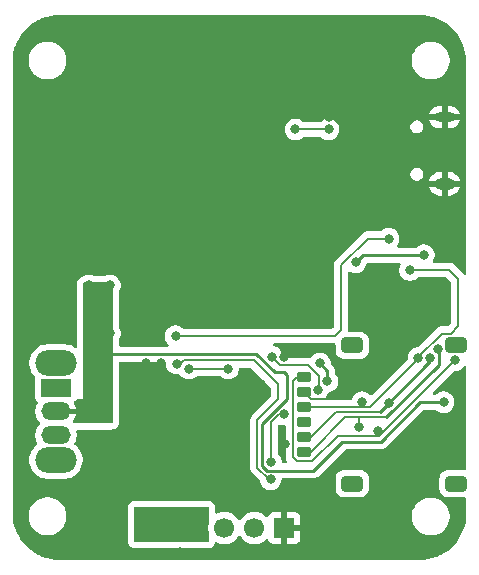
<source format=gbl>
%TF.GenerationSoftware,KiCad,Pcbnew,9.0.7*%
%TF.CreationDate,2026-02-07T20:34:06-05:00*%
%TF.ProjectId,USB-Cellular-Modem,5553422d-4365-46c6-9c75-6c61722d4d6f,V1.2*%
%TF.SameCoordinates,Original*%
%TF.FileFunction,Copper,L4,Bot*%
%TF.FilePolarity,Positive*%
%FSLAX46Y46*%
G04 Gerber Fmt 4.6, Leading zero omitted, Abs format (unit mm)*
G04 Created by KiCad (PCBNEW 9.0.7) date 2026-02-07 20:34:06*
%MOMM*%
%LPD*%
G01*
G04 APERTURE LIST*
G04 Aperture macros list*
%AMRoundRect*
0 Rectangle with rounded corners*
0 $1 Rounding radius*
0 $2 $3 $4 $5 $6 $7 $8 $9 X,Y pos of 4 corners*
0 Add a 4 corners polygon primitive as box body*
4,1,4,$2,$3,$4,$5,$6,$7,$8,$9,$2,$3,0*
0 Add four circle primitives for the rounded corners*
1,1,$1+$1,$2,$3*
1,1,$1+$1,$4,$5*
1,1,$1+$1,$6,$7*
1,1,$1+$1,$8,$9*
0 Add four rect primitives between the rounded corners*
20,1,$1+$1,$2,$3,$4,$5,0*
20,1,$1+$1,$4,$5,$6,$7,0*
20,1,$1+$1,$6,$7,$8,$9,0*
20,1,$1+$1,$8,$9,$2,$3,0*%
G04 Aperture macros list end*
%TA.AperFunction,HeatsinkPad*%
%ADD10O,1.700000X1.000000*%
%TD*%
%TA.AperFunction,HeatsinkPad*%
%ADD11O,1.700000X0.850000*%
%TD*%
%TA.AperFunction,ComponentPad*%
%ADD12R,1.700000X1.700000*%
%TD*%
%TA.AperFunction,ComponentPad*%
%ADD13C,1.700000*%
%TD*%
%TA.AperFunction,ComponentPad*%
%ADD14O,3.500000X2.200000*%
%TD*%
%TA.AperFunction,ComponentPad*%
%ADD15R,2.500000X1.500000*%
%TD*%
%TA.AperFunction,ComponentPad*%
%ADD16O,2.500000X1.500000*%
%TD*%
%TA.AperFunction,SMDPad,CuDef*%
%ADD17RoundRect,0.225000X-0.375000X0.225000X-0.375000X-0.225000X0.375000X-0.225000X0.375000X0.225000X0*%
%TD*%
%TA.AperFunction,SMDPad,CuDef*%
%ADD18RoundRect,0.250000X-0.650000X0.400000X-0.650000X-0.400000X0.650000X-0.400000X0.650000X0.400000X0*%
%TD*%
%TA.AperFunction,ViaPad*%
%ADD19C,0.800000*%
%TD*%
%TA.AperFunction,Conductor*%
%ADD20C,0.200000*%
%TD*%
%TA.AperFunction,Conductor*%
%ADD21C,0.250000*%
%TD*%
G04 APERTURE END LIST*
D10*
X49920000Y-27463000D03*
D11*
X49920000Y-21813000D03*
D12*
X36360000Y-56600000D03*
D13*
X33820000Y-56600000D03*
X31280000Y-56600000D03*
X28740000Y-56600000D03*
D14*
X17018000Y-42636000D03*
X17018000Y-50836000D03*
D15*
X17018000Y-44736000D03*
D16*
X17018000Y-46736000D03*
X17018000Y-48736000D03*
D17*
X38000000Y-43825000D03*
X38000000Y-46365000D03*
X38000000Y-48905000D03*
X38000000Y-45095000D03*
X38000000Y-47635000D03*
X38000000Y-50175000D03*
D18*
X50900000Y-41150000D03*
X42100000Y-41150000D03*
X50900000Y-52850000D03*
X42100000Y-52850000D03*
D19*
X48260000Y-48050000D03*
X42418000Y-55626000D03*
X20828000Y-51308000D03*
X20800000Y-22100000D03*
X14732000Y-30480000D03*
X19812000Y-56896000D03*
X19812000Y-58674000D03*
X28400000Y-29050000D03*
X35260000Y-23110000D03*
X42926000Y-39370000D03*
X34345042Y-44394958D03*
X17272000Y-40132000D03*
X23650000Y-33150000D03*
X29972000Y-53594000D03*
X38100000Y-34400000D03*
X36322000Y-19050000D03*
X45466000Y-40640000D03*
X46228000Y-52578000D03*
X28450000Y-17900000D03*
X17960000Y-24729000D03*
X23114000Y-46228000D03*
X20800000Y-16500000D03*
X29551678Y-45402317D03*
X24638000Y-42672000D03*
X17272000Y-34798000D03*
X44196000Y-41910000D03*
X47244000Y-13970000D03*
X17272000Y-31242000D03*
X22860000Y-23154000D03*
X23368000Y-13970000D03*
X23650000Y-30950000D03*
X17272000Y-38354000D03*
X14732000Y-35560000D03*
X51353151Y-24638087D03*
X23368000Y-35306000D03*
X22352000Y-51308000D03*
X45466000Y-41910000D03*
X36400000Y-35900000D03*
X41656000Y-13970000D03*
X45974000Y-27178000D03*
X24460000Y-23154000D03*
X16256000Y-35560000D03*
X44196000Y-40640000D03*
X34750000Y-30200000D03*
X32100000Y-16950000D03*
X17512000Y-58674000D03*
X33800000Y-14100000D03*
X44450000Y-27178000D03*
X14800000Y-22100000D03*
X42926000Y-27178000D03*
X25654000Y-16256000D03*
X18288000Y-14100000D03*
X33150000Y-23010000D03*
X23368000Y-19050000D03*
X14732000Y-26670000D03*
X26924000Y-19558000D03*
X44196000Y-43180000D03*
X37512000Y-58674000D03*
X31300000Y-33000000D03*
X48100000Y-37115800D03*
X23650000Y-32050000D03*
X50900000Y-31000000D03*
X45466000Y-43180000D03*
X45974000Y-55626000D03*
X23300000Y-20600000D03*
X38100000Y-31500000D03*
X24638000Y-44450000D03*
X26924000Y-24384000D03*
X16800000Y-22100000D03*
X26162000Y-18034000D03*
X17272000Y-36576000D03*
X30226000Y-50800000D03*
X45974000Y-58674000D03*
X32650000Y-14950000D03*
X36322000Y-13970000D03*
X32512000Y-58674000D03*
X17272000Y-33020000D03*
X23300000Y-16600000D03*
X44450000Y-53848000D03*
X31050000Y-19650000D03*
X29350000Y-30100000D03*
X27512000Y-58674000D03*
X26900000Y-15050000D03*
X34700000Y-34400000D03*
X23368000Y-36576000D03*
X28500000Y-21500000D03*
X36322000Y-42100997D03*
X41402000Y-27178000D03*
X31050000Y-21400000D03*
X33782000Y-16510000D03*
X26924000Y-23368000D03*
X36300000Y-16600000D03*
X42512000Y-58674000D03*
X38000000Y-30150000D03*
X36300000Y-21100000D03*
X39116000Y-13970000D03*
X45650000Y-19800000D03*
X20800000Y-19100000D03*
X26924000Y-21590000D03*
X34700000Y-33000000D03*
X33000000Y-33000000D03*
X25908000Y-42672000D03*
X24638000Y-46228000D03*
X38100000Y-33000000D03*
X36400000Y-30100000D03*
X44196000Y-39370000D03*
X36400000Y-33000000D03*
X33782000Y-18034000D03*
X22352000Y-56896000D03*
X25800000Y-14100000D03*
X36399000Y-49530000D03*
X39116000Y-16500000D03*
X22352000Y-58674000D03*
X38800000Y-19100000D03*
X33500000Y-35900000D03*
X40100000Y-21800000D03*
X31300000Y-35900000D03*
X45900000Y-28600000D03*
X28500000Y-19650000D03*
X30226000Y-49276000D03*
X38100000Y-35900000D03*
X41656000Y-16510000D03*
X50038000Y-48050000D03*
X34700000Y-31500000D03*
X28500000Y-23400000D03*
X14732000Y-25400000D03*
X42128089Y-30810673D03*
X31300000Y-30100000D03*
X32512000Y-20574000D03*
X34700000Y-35900000D03*
X33782000Y-21590000D03*
X20860000Y-24866500D03*
X33782000Y-19558000D03*
X44450000Y-13970000D03*
X20800000Y-14100000D03*
X27940000Y-53594000D03*
X18800000Y-20600000D03*
X14732000Y-27940000D03*
X48700000Y-23400000D03*
X31300000Y-31500000D03*
X14732000Y-29210000D03*
X27500000Y-16950000D03*
X33000000Y-30100000D03*
X31593025Y-43118000D03*
X27149000Y-40351000D03*
X45200000Y-32100000D03*
X28283969Y-43118000D03*
X44299998Y-48391180D03*
X50800000Y-42400000D03*
X46997578Y-34763198D03*
X47697087Y-42203063D03*
X42955025Y-45944975D03*
X42672000Y-48050000D03*
X49400000Y-41439000D03*
X48177647Y-33501000D03*
X45187196Y-46037500D03*
X48701000Y-42200000D03*
X42400000Y-34100000D03*
X40100000Y-22850000D03*
X37300000Y-22850000D03*
X40000000Y-44196000D03*
X39370000Y-42672000D03*
X35306000Y-42100997D03*
X39200000Y-44947723D03*
X49845889Y-45950000D03*
X19812000Y-36068000D03*
X21590000Y-36068000D03*
X19812000Y-38100000D03*
X21590000Y-40132000D03*
X19812000Y-40132000D03*
X35228969Y-51030000D03*
X36326000Y-46990000D03*
X35194080Y-52481000D03*
X27250771Y-42688801D03*
D20*
X38000000Y-45095000D02*
X38080110Y-45095000D01*
X38650110Y-45665000D02*
X40725000Y-45665000D01*
X38080110Y-45095000D02*
X38650110Y-45665000D01*
X43408636Y-32100000D02*
X45200000Y-32100000D01*
X27149000Y-40351000D02*
X40649000Y-40351000D01*
X31593025Y-43118000D02*
X28283969Y-43118000D01*
X40649000Y-40351000D02*
X41150000Y-39850000D01*
X41150000Y-39850000D02*
X41150000Y-34358636D01*
X41150000Y-34358636D02*
X43408636Y-32100000D01*
X37400000Y-43825000D02*
X37099000Y-44126000D01*
X37099000Y-44126000D02*
X37099000Y-50624110D01*
X37400890Y-50926000D02*
X38736000Y-50926000D01*
X37099000Y-50624110D02*
X37400890Y-50926000D01*
X38000000Y-43825000D02*
X37400000Y-43825000D01*
X38736000Y-50926000D02*
X40862000Y-48800000D01*
X44400000Y-48800000D02*
X50800000Y-42400000D01*
X40862000Y-48800000D02*
X44400000Y-48800000D01*
X42926000Y-46365000D02*
X43635000Y-46365000D01*
X50313198Y-34763198D02*
X46997578Y-34763198D01*
X47697087Y-42150549D02*
X49697636Y-40150000D01*
X42824459Y-46075541D02*
X42824459Y-46263459D01*
X42955025Y-45944975D02*
X42824459Y-46075541D01*
X51100000Y-39500000D02*
X51100000Y-35550000D01*
X50450000Y-40150000D02*
X51100000Y-39500000D01*
X47697087Y-42203063D02*
X47697087Y-42150549D01*
X51100000Y-35550000D02*
X50313198Y-34763198D01*
X49697636Y-40150000D02*
X50450000Y-40150000D01*
X47697087Y-42302913D02*
X47697087Y-42203063D01*
X42824459Y-46263459D02*
X42926000Y-46365000D01*
X38000000Y-46365000D02*
X42926000Y-46365000D01*
X43635000Y-46365000D02*
X47697087Y-42302913D01*
D21*
X49400000Y-41439000D02*
X49426000Y-41465000D01*
D20*
X42672000Y-47244000D02*
X45006000Y-47244000D01*
X38600000Y-50175000D02*
X41531000Y-47244000D01*
D21*
X49426000Y-42824000D02*
X45006000Y-47244000D01*
D20*
X38000000Y-50175000D02*
X38600000Y-50175000D01*
X41531000Y-47244000D02*
X42672000Y-47244000D01*
D21*
X49426000Y-41465000D02*
X49426000Y-42824000D01*
D20*
X42672000Y-48050000D02*
X42672000Y-47244000D01*
X38600000Y-48905000D02*
X40739000Y-46766000D01*
D21*
X48701000Y-42200000D02*
X48701000Y-42499000D01*
X48177648Y-33501000D02*
X42999000Y-33501000D01*
X48701000Y-42499000D02*
X44434000Y-46766000D01*
X42999000Y-33501000D02*
X42400000Y-34100000D01*
D20*
X40739000Y-46766000D02*
X44434000Y-46766000D01*
X38000000Y-48905000D02*
X38600000Y-48905000D01*
X37300000Y-22850000D02*
X40100000Y-22850000D01*
D21*
X40000000Y-44196000D02*
X40000000Y-43302000D01*
X40000000Y-43302000D02*
X39370000Y-42672000D01*
D20*
X39236682Y-44947723D02*
X39287405Y-44897000D01*
X39200000Y-44947723D02*
X39272231Y-44875492D01*
X38327107Y-42801997D02*
X36007000Y-42801997D01*
X39272231Y-44875492D02*
X39272231Y-43747121D01*
X36007000Y-42801997D02*
X35306000Y-42100997D01*
X39272231Y-43747121D02*
X38327107Y-42801997D01*
X39200000Y-44947723D02*
X39236682Y-44947723D01*
D21*
X36061280Y-46228000D02*
X36068000Y-46228000D01*
X34502969Y-51330720D02*
X34502969Y-47786311D01*
X49845889Y-45950000D02*
X47852454Y-45950000D01*
X36068000Y-46228000D02*
X36576000Y-45720000D01*
X35560000Y-43434000D02*
X34000000Y-41874000D01*
X44502454Y-49300000D02*
X41250000Y-49300000D01*
X38794000Y-51756000D02*
X34928249Y-51756000D01*
X47852454Y-45950000D02*
X44502454Y-49300000D01*
X36576000Y-43688000D02*
X36322000Y-43434000D01*
X21300000Y-41874000D02*
X20828000Y-41402000D01*
X36576000Y-45720000D02*
X36576000Y-43688000D01*
X34928249Y-51756000D02*
X34502969Y-51330720D01*
X20828000Y-41402000D02*
X20828000Y-40386000D01*
X34000000Y-41874000D02*
X21300000Y-41874000D01*
X41250000Y-49300000D02*
X38794000Y-51756000D01*
X36322000Y-43434000D02*
X35560000Y-43434000D01*
X34502969Y-47786311D02*
X36061280Y-46228000D01*
D20*
X35228969Y-47662765D02*
X35901734Y-46990000D01*
X35901734Y-46990000D02*
X36326000Y-46990000D01*
X35228969Y-51030000D02*
X35228969Y-47662765D01*
X27267748Y-42671824D02*
X27612114Y-42671824D01*
X35050795Y-52481000D02*
X34076969Y-51507174D01*
X33782000Y-42418000D02*
X34798000Y-43434000D01*
X27865938Y-42418000D02*
X33782000Y-42418000D01*
X27250771Y-42688801D02*
X27267748Y-42671824D01*
X34076969Y-47457031D02*
X35814000Y-45720000D01*
X27612114Y-42671824D02*
X27865938Y-42418000D01*
X35814000Y-45720000D02*
X35814000Y-44450000D01*
X34076969Y-51507174D02*
X34076969Y-47457031D01*
X35194080Y-52481000D02*
X35050795Y-52481000D01*
X35814000Y-44450000D02*
X34798000Y-43434000D01*
X34798000Y-43434000D02*
X34544000Y-43180000D01*
%TA.AperFunction,Conductor*%
G36*
X29943039Y-54819685D02*
G01*
X29988794Y-54872489D01*
X30000000Y-54924000D01*
X30000000Y-56123596D01*
X29993931Y-56161914D01*
X29954951Y-56281882D01*
X29921500Y-56493084D01*
X29921500Y-56706915D01*
X29954951Y-56918117D01*
X29993931Y-57038085D01*
X30000000Y-57076403D01*
X30000000Y-57676000D01*
X29980315Y-57743039D01*
X29927511Y-57788794D01*
X29876000Y-57800000D01*
X27787135Y-57800000D01*
X27762944Y-57797617D01*
X27601482Y-57765500D01*
X27601479Y-57765500D01*
X27422521Y-57765500D01*
X27422517Y-57765500D01*
X27261056Y-57797617D01*
X27236865Y-57800000D01*
X23748000Y-57800000D01*
X23680961Y-57780315D01*
X23635206Y-57727511D01*
X23624000Y-57676000D01*
X23624000Y-54924000D01*
X23643685Y-54856961D01*
X23696489Y-54811206D01*
X23748000Y-54800000D01*
X29876000Y-54800000D01*
X29943039Y-54819685D01*
G37*
%TD.AperFunction*%
%TA.AperFunction,Conductor*%
G36*
X47802898Y-13150634D02*
G01*
X48158595Y-13167079D01*
X48170183Y-13168153D01*
X48266614Y-13181604D01*
X48519967Y-13216945D01*
X48531378Y-13219079D01*
X48875164Y-13299937D01*
X48886354Y-13303121D01*
X49055922Y-13359954D01*
X49221203Y-13415350D01*
X49232041Y-13419549D01*
X49555124Y-13562204D01*
X49565515Y-13567377D01*
X49874066Y-13739238D01*
X49883943Y-13745354D01*
X50175310Y-13944946D01*
X50184576Y-13951944D01*
X50456286Y-14177568D01*
X50464886Y-14185409D01*
X50714590Y-14435113D01*
X50722431Y-14443713D01*
X50948053Y-14715420D01*
X50955061Y-14724700D01*
X51154639Y-15016047D01*
X51160766Y-15025942D01*
X51332615Y-15334471D01*
X51337799Y-15344884D01*
X51421637Y-15534757D01*
X51480446Y-15667947D01*
X51484650Y-15678800D01*
X51596878Y-16013645D01*
X51600063Y-16024838D01*
X51680917Y-16368605D01*
X51683056Y-16380046D01*
X51731846Y-16729816D01*
X51732920Y-16741403D01*
X51749366Y-17097100D01*
X51749500Y-17102869D01*
X51749500Y-17116408D01*
X51749505Y-17116415D01*
X51749512Y-17135056D01*
X51749513Y-17135057D01*
X51757000Y-35042207D01*
X51737026Y-35110336D01*
X51683390Y-35156852D01*
X51613120Y-35166985D01*
X51548527Y-35137519D01*
X51541905Y-35131355D01*
X51469244Y-35058694D01*
X51469221Y-35058673D01*
X50686827Y-34276278D01*
X50686821Y-34276273D01*
X50548075Y-34196168D01*
X50548072Y-34196167D01*
X50548071Y-34196166D01*
X50548069Y-34196165D01*
X50548068Y-34196165D01*
X50470689Y-34175432D01*
X50461646Y-34173009D01*
X50393309Y-34154698D01*
X50393307Y-34154698D01*
X49069233Y-34154698D01*
X49001112Y-34134696D01*
X48954619Y-34081040D01*
X48944515Y-34010766D01*
X48964467Y-33958697D01*
X48982749Y-33931336D01*
X49051234Y-33766000D01*
X49086147Y-33590479D01*
X49086147Y-33411521D01*
X49051234Y-33236000D01*
X48982749Y-33070664D01*
X48883325Y-32921865D01*
X48756782Y-32795322D01*
X48607983Y-32695898D01*
X48491076Y-32647473D01*
X48442650Y-32627414D01*
X48442648Y-32627413D01*
X48442647Y-32627413D01*
X48354292Y-32609838D01*
X48267128Y-32592500D01*
X48267126Y-32592500D01*
X48088168Y-32592500D01*
X48088165Y-32592500D01*
X47957418Y-32618507D01*
X47912647Y-32627413D01*
X47912646Y-32627413D01*
X47912643Y-32627414D01*
X47747309Y-32695899D01*
X47598516Y-32795319D01*
X47598509Y-32795324D01*
X47563239Y-32830595D01*
X47500927Y-32864621D01*
X47474144Y-32867500D01*
X46015546Y-32867500D01*
X45947425Y-32847498D01*
X45900932Y-32793842D01*
X45890828Y-32723568D01*
X45910781Y-32671498D01*
X45919509Y-32658435D01*
X46005102Y-32530336D01*
X46073587Y-32365000D01*
X46108500Y-32189479D01*
X46108500Y-32010521D01*
X46073587Y-31835000D01*
X46005102Y-31669664D01*
X45905678Y-31520865D01*
X45779135Y-31394322D01*
X45630336Y-31294898D01*
X45513429Y-31246473D01*
X45465003Y-31226414D01*
X45465001Y-31226413D01*
X45465000Y-31226413D01*
X45376645Y-31208838D01*
X45289481Y-31191500D01*
X45289479Y-31191500D01*
X45110521Y-31191500D01*
X45110518Y-31191500D01*
X44979771Y-31217507D01*
X44935000Y-31226413D01*
X44934999Y-31226413D01*
X44934996Y-31226414D01*
X44769662Y-31294899D01*
X44620869Y-31394319D01*
X44620862Y-31394324D01*
X44560592Y-31454595D01*
X44498280Y-31488621D01*
X44471497Y-31491500D01*
X43328525Y-31491500D01*
X43218933Y-31520865D01*
X43218932Y-31520864D01*
X43173771Y-31532965D01*
X43173759Y-31532970D01*
X43035012Y-31613075D01*
X43035002Y-31613083D01*
X40663083Y-33985002D01*
X40663075Y-33985012D01*
X40582967Y-34123763D01*
X40582968Y-34123764D01*
X40542104Y-34276273D01*
X40541500Y-34278526D01*
X40541500Y-39545761D01*
X40532716Y-39575676D01*
X40526088Y-39606146D01*
X40522273Y-39611241D01*
X40521498Y-39613882D01*
X40504595Y-39634856D01*
X40433856Y-39705595D01*
X40371544Y-39739621D01*
X40344761Y-39742500D01*
X27877503Y-39742500D01*
X27809382Y-39722498D01*
X27788408Y-39705595D01*
X27728137Y-39645324D01*
X27728135Y-39645322D01*
X27579336Y-39545898D01*
X27462429Y-39497473D01*
X27414003Y-39477414D01*
X27414001Y-39477413D01*
X27414000Y-39477413D01*
X27325645Y-39459838D01*
X27238481Y-39442500D01*
X27238479Y-39442500D01*
X27059521Y-39442500D01*
X27059518Y-39442500D01*
X26928771Y-39468507D01*
X26884000Y-39477413D01*
X26883999Y-39477413D01*
X26883996Y-39477414D01*
X26718662Y-39545899D01*
X26569869Y-39645319D01*
X26569862Y-39645324D01*
X26443324Y-39771862D01*
X26443319Y-39771869D01*
X26343899Y-39920662D01*
X26275414Y-40085996D01*
X26240500Y-40261518D01*
X26240500Y-40440481D01*
X26275414Y-40616003D01*
X26292326Y-40656832D01*
X26343898Y-40781336D01*
X26443322Y-40930135D01*
X26443324Y-40930137D01*
X26538592Y-41025405D01*
X26572618Y-41087717D01*
X26567553Y-41158532D01*
X26525006Y-41215368D01*
X26458486Y-41240179D01*
X26449497Y-41240500D01*
X22483500Y-41240500D01*
X22415379Y-41220498D01*
X22368886Y-41166842D01*
X22357500Y-41114500D01*
X22357500Y-40656832D01*
X22377502Y-40588711D01*
X22378736Y-40586829D01*
X22395102Y-40562336D01*
X22463587Y-40397000D01*
X22498500Y-40221479D01*
X22498500Y-40042521D01*
X22463587Y-39867000D01*
X22395102Y-39701664D01*
X22378732Y-39677165D01*
X22357520Y-39609413D01*
X22357500Y-39607166D01*
X22357500Y-36592832D01*
X22377502Y-36524711D01*
X22378736Y-36522829D01*
X22395102Y-36498336D01*
X22463587Y-36333000D01*
X22498500Y-36157479D01*
X22498500Y-35978521D01*
X22463587Y-35803000D01*
X22395102Y-35637664D01*
X22295678Y-35488865D01*
X22169135Y-35362322D01*
X22020336Y-35262898D01*
X21903429Y-35214473D01*
X21855003Y-35194414D01*
X21855001Y-35194413D01*
X21855000Y-35194413D01*
X21764301Y-35176372D01*
X21679481Y-35159500D01*
X21679479Y-35159500D01*
X21500521Y-35159500D01*
X21500518Y-35159500D01*
X21369771Y-35185507D01*
X21325000Y-35194413D01*
X21324999Y-35194413D01*
X21324996Y-35194414D01*
X21159660Y-35262899D01*
X21159659Y-35262900D01*
X21135168Y-35279265D01*
X21067416Y-35300480D01*
X21065167Y-35300500D01*
X20336833Y-35300500D01*
X20268712Y-35280498D01*
X20266832Y-35279265D01*
X20242340Y-35262900D01*
X20242339Y-35262899D01*
X20077003Y-35194414D01*
X20077001Y-35194413D01*
X20077000Y-35194413D01*
X19986301Y-35176372D01*
X19901481Y-35159500D01*
X19901479Y-35159500D01*
X19722521Y-35159500D01*
X19722518Y-35159500D01*
X19591771Y-35185507D01*
X19547000Y-35194413D01*
X19546999Y-35194413D01*
X19546996Y-35194414D01*
X19381659Y-35262900D01*
X19322370Y-35302515D01*
X19279158Y-35320868D01*
X19267343Y-35323438D01*
X19163175Y-35358108D01*
X19040215Y-35437130D01*
X19040213Y-35437131D01*
X18987417Y-35482880D01*
X18891704Y-35593337D01*
X18891703Y-35593338D01*
X18830986Y-35726284D01*
X18811302Y-35793320D01*
X18811301Y-35793324D01*
X18790500Y-35938003D01*
X18790500Y-41216039D01*
X18770498Y-41284160D01*
X18716842Y-41330653D01*
X18646568Y-41340757D01*
X18590439Y-41317975D01*
X18511041Y-41260289D01*
X18511040Y-41260288D01*
X18511038Y-41260287D01*
X18285450Y-41145344D01*
X18285447Y-41145343D01*
X18285445Y-41145342D01*
X18044663Y-41067107D01*
X18044659Y-41067106D01*
X18044658Y-41067106D01*
X17794592Y-41027500D01*
X16241408Y-41027500D01*
X15991342Y-41067106D01*
X15991336Y-41067107D01*
X15750554Y-41145342D01*
X15750548Y-41145345D01*
X15524958Y-41260289D01*
X15320129Y-41409107D01*
X15320126Y-41409109D01*
X15141109Y-41588126D01*
X15141107Y-41588129D01*
X14992289Y-41792958D01*
X14877345Y-42018548D01*
X14877342Y-42018554D01*
X14799107Y-42259336D01*
X14799106Y-42259341D01*
X14799106Y-42259342D01*
X14759500Y-42509408D01*
X14759500Y-42762592D01*
X14788134Y-42943383D01*
X14799107Y-43012663D01*
X14872846Y-43239607D01*
X14877344Y-43253450D01*
X14949202Y-43394479D01*
X14992289Y-43479041D01*
X15078210Y-43597301D01*
X15141105Y-43683868D01*
X15229988Y-43772751D01*
X15264012Y-43835061D01*
X15266170Y-43875313D01*
X15259500Y-43937350D01*
X15259500Y-45534649D01*
X15266009Y-45595196D01*
X15266011Y-45595204D01*
X15317110Y-45732202D01*
X15317112Y-45732207D01*
X15404737Y-45849259D01*
X15404738Y-45849259D01*
X15404739Y-45849261D01*
X15419777Y-45860518D01*
X15436090Y-45872730D01*
X15478636Y-45929566D01*
X15483700Y-46000382D01*
X15462517Y-46047657D01*
X15441637Y-46076396D01*
X15441634Y-46076402D01*
X15351702Y-46252903D01*
X15290488Y-46441300D01*
X15259500Y-46636954D01*
X15259500Y-46835046D01*
X15290488Y-47030700D01*
X15351702Y-47219097D01*
X15432118Y-47376921D01*
X15441636Y-47395601D01*
X15558071Y-47555860D01*
X15649116Y-47646905D01*
X15683142Y-47709217D01*
X15678077Y-47780032D01*
X15649116Y-47825095D01*
X15558074Y-47916136D01*
X15558071Y-47916139D01*
X15441636Y-48076398D01*
X15414901Y-48128868D01*
X15351702Y-48252903D01*
X15290488Y-48441300D01*
X15259500Y-48636954D01*
X15259500Y-48835046D01*
X15290488Y-49030700D01*
X15351702Y-49219097D01*
X15439347Y-49391109D01*
X15452451Y-49460885D01*
X15425751Y-49526669D01*
X15401142Y-49550246D01*
X15320132Y-49609104D01*
X15320126Y-49609109D01*
X15141109Y-49788126D01*
X15141107Y-49788129D01*
X14992289Y-49992958D01*
X14877345Y-50218548D01*
X14877342Y-50218554D01*
X14799107Y-50459336D01*
X14799106Y-50459341D01*
X14799106Y-50459342D01*
X14759500Y-50709408D01*
X14759500Y-50962592D01*
X14781659Y-51102498D01*
X14799107Y-51212663D01*
X14877342Y-51453445D01*
X14877344Y-51453450D01*
X14992287Y-51679038D01*
X15141105Y-51883868D01*
X15141107Y-51883870D01*
X15141109Y-51883873D01*
X15320126Y-52062890D01*
X15320129Y-52062892D01*
X15320132Y-52062895D01*
X15524962Y-52211713D01*
X15750550Y-52326656D01*
X15991342Y-52404894D01*
X16241408Y-52444500D01*
X16241411Y-52444500D01*
X17794589Y-52444500D01*
X17794592Y-52444500D01*
X18044658Y-52404894D01*
X18285450Y-52326656D01*
X18511038Y-52211713D01*
X18715868Y-52062895D01*
X18894895Y-51883868D01*
X19043713Y-51679038D01*
X19158656Y-51453450D01*
X19236894Y-51212658D01*
X19276500Y-50962592D01*
X19276500Y-50709408D01*
X19236894Y-50459342D01*
X19158656Y-50218550D01*
X19043713Y-49992962D01*
X18894895Y-49788132D01*
X18894892Y-49788129D01*
X18894890Y-49788126D01*
X18715873Y-49609109D01*
X18715870Y-49609107D01*
X18715868Y-49609105D01*
X18634856Y-49550246D01*
X18591504Y-49494026D01*
X18585429Y-49423290D01*
X18596649Y-49391116D01*
X18684298Y-49219097D01*
X18745512Y-49030700D01*
X18776500Y-48835046D01*
X18776500Y-48636954D01*
X18745512Y-48441300D01*
X18741982Y-48430438D01*
X18739954Y-48359471D01*
X18776615Y-48298672D01*
X18840327Y-48267346D01*
X18861815Y-48265500D01*
X21719995Y-48265500D01*
X21720000Y-48265500D01*
X21829157Y-48253764D01*
X21880668Y-48242558D01*
X21984827Y-48207890D01*
X22107782Y-48128871D01*
X22107784Y-48128868D01*
X22107786Y-48128868D01*
X22134184Y-48105993D01*
X22160586Y-48083116D01*
X22256297Y-47972661D01*
X22317014Y-47839713D01*
X22336699Y-47772674D01*
X22336700Y-47772670D01*
X22357500Y-47628000D01*
X22357500Y-42633500D01*
X22377502Y-42565379D01*
X22431158Y-42518886D01*
X22483500Y-42507500D01*
X26216271Y-42507500D01*
X26284392Y-42527502D01*
X26330885Y-42581158D01*
X26342271Y-42633500D01*
X26342271Y-42778280D01*
X26377184Y-42953801D01*
X26445669Y-43119137D01*
X26545093Y-43267936D01*
X26671636Y-43394479D01*
X26820435Y-43493903D01*
X26985771Y-43562388D01*
X27161292Y-43597301D01*
X27161293Y-43597301D01*
X27340245Y-43597301D01*
X27340250Y-43597301D01*
X27408914Y-43583642D01*
X27479623Y-43589969D01*
X27535691Y-43633523D01*
X27538250Y-43637209D01*
X27578291Y-43697135D01*
X27704834Y-43823678D01*
X27853633Y-43923102D01*
X28018969Y-43991587D01*
X28194490Y-44026500D01*
X28194491Y-44026500D01*
X28373447Y-44026500D01*
X28373448Y-44026500D01*
X28548969Y-43991587D01*
X28714305Y-43923102D01*
X28863104Y-43823678D01*
X28923377Y-43763405D01*
X28985689Y-43729379D01*
X29012472Y-43726500D01*
X30864522Y-43726500D01*
X30932643Y-43746502D01*
X30953617Y-43763405D01*
X31013890Y-43823678D01*
X31162689Y-43923102D01*
X31328025Y-43991587D01*
X31503546Y-44026500D01*
X31503547Y-44026500D01*
X31682503Y-44026500D01*
X31682504Y-44026500D01*
X31858025Y-43991587D01*
X32023361Y-43923102D01*
X32172160Y-43823678D01*
X32298703Y-43697135D01*
X32398127Y-43548336D01*
X32466612Y-43383000D01*
X32501525Y-43207479D01*
X32501525Y-43152500D01*
X32521527Y-43084379D01*
X32575183Y-43037886D01*
X32627525Y-43026500D01*
X33477761Y-43026500D01*
X33545882Y-43046502D01*
X33566856Y-43063405D01*
X35168595Y-44665144D01*
X35202621Y-44727456D01*
X35205500Y-44754239D01*
X35205500Y-45415760D01*
X35185498Y-45483881D01*
X35168595Y-45504855D01*
X33590052Y-47083397D01*
X33590044Y-47083407D01*
X33509938Y-47222154D01*
X33509935Y-47222160D01*
X33499620Y-47260662D01*
X33499620Y-47260664D01*
X33472701Y-47361128D01*
X33468469Y-47376921D01*
X33468469Y-51587285D01*
X33482192Y-51638500D01*
X33509936Y-51742044D01*
X33509939Y-51742051D01*
X33590044Y-51880797D01*
X33590046Y-51880799D01*
X33590047Y-51880801D01*
X34260006Y-52550760D01*
X34294030Y-52613071D01*
X34294489Y-52615272D01*
X34320493Y-52746000D01*
X34388978Y-52911336D01*
X34488402Y-53060135D01*
X34614945Y-53186678D01*
X34763744Y-53286102D01*
X34929080Y-53354587D01*
X35104601Y-53389500D01*
X35104602Y-53389500D01*
X35283558Y-53389500D01*
X35283559Y-53389500D01*
X35459080Y-53354587D01*
X35624416Y-53286102D01*
X35773215Y-53186678D01*
X35899758Y-53060135D01*
X35999182Y-52911336D01*
X36067667Y-52746000D01*
X36102580Y-52570479D01*
X36102580Y-52515500D01*
X36122582Y-52447379D01*
X36176238Y-52400886D01*
X36182858Y-52399446D01*
X40691500Y-52399446D01*
X40691500Y-53300544D01*
X40702112Y-53404425D01*
X40757885Y-53572738D01*
X40850970Y-53723652D01*
X40850975Y-53723658D01*
X40976341Y-53849024D01*
X40976347Y-53849029D01*
X40976348Y-53849030D01*
X41127262Y-53942115D01*
X41295574Y-53997887D01*
X41399455Y-54008500D01*
X42800544Y-54008499D01*
X42904426Y-53997887D01*
X43072738Y-53942115D01*
X43223652Y-53849030D01*
X43349030Y-53723652D01*
X43442115Y-53572738D01*
X43497887Y-53404426D01*
X43508500Y-53300545D01*
X43508499Y-52399456D01*
X43497887Y-52295574D01*
X43442115Y-52127262D01*
X43349030Y-51976348D01*
X43349029Y-51976347D01*
X43349024Y-51976341D01*
X43223658Y-51850975D01*
X43223652Y-51850970D01*
X43072738Y-51757885D01*
X42988582Y-51729999D01*
X42904427Y-51702113D01*
X42904420Y-51702112D01*
X42800553Y-51691500D01*
X41399455Y-51691500D01*
X41295574Y-51702112D01*
X41127261Y-51757885D01*
X40976347Y-51850970D01*
X40976341Y-51850975D01*
X40850975Y-51976341D01*
X40850970Y-51976347D01*
X40757885Y-52127262D01*
X40702113Y-52295572D01*
X40702112Y-52295579D01*
X40691500Y-52399446D01*
X36182858Y-52399446D01*
X36228580Y-52389500D01*
X38856393Y-52389500D01*
X38856394Y-52389500D01*
X38978785Y-52365155D01*
X39094075Y-52317400D01*
X39197833Y-52248071D01*
X41475500Y-49970405D01*
X41537812Y-49936379D01*
X41564595Y-49933500D01*
X44564847Y-49933500D01*
X44564848Y-49933500D01*
X44687239Y-49909155D01*
X44802529Y-49861400D01*
X44906287Y-49792071D01*
X48077953Y-46620405D01*
X48140265Y-46586379D01*
X48167048Y-46583500D01*
X49142386Y-46583500D01*
X49210507Y-46603502D01*
X49231481Y-46620405D01*
X49266754Y-46655678D01*
X49415553Y-46755102D01*
X49580889Y-46823587D01*
X49756410Y-46858500D01*
X49756411Y-46858500D01*
X49935367Y-46858500D01*
X49935368Y-46858500D01*
X50110889Y-46823587D01*
X50276225Y-46755102D01*
X50425024Y-46655678D01*
X50551567Y-46529135D01*
X50650991Y-46380336D01*
X50719476Y-46215000D01*
X50754389Y-46039479D01*
X50754389Y-45860521D01*
X50719476Y-45685000D01*
X50650991Y-45519664D01*
X50551567Y-45370865D01*
X50425024Y-45244322D01*
X50276225Y-45144898D01*
X50136224Y-45086907D01*
X50110892Y-45076414D01*
X50110890Y-45076413D01*
X50110889Y-45076413D01*
X50022534Y-45058838D01*
X49935370Y-45041500D01*
X49935368Y-45041500D01*
X49756410Y-45041500D01*
X49756407Y-45041500D01*
X49625660Y-45067507D01*
X49580889Y-45076413D01*
X49580888Y-45076413D01*
X49580885Y-45076414D01*
X49468424Y-45122998D01*
X49427685Y-45139873D01*
X49415551Y-45144899D01*
X49266758Y-45244319D01*
X49266751Y-45244324D01*
X49231481Y-45279595D01*
X49204112Y-45294539D01*
X49177884Y-45311396D01*
X49171585Y-45312301D01*
X49169169Y-45313621D01*
X49142386Y-45316500D01*
X49048239Y-45316500D01*
X48980118Y-45296498D01*
X48933625Y-45242842D01*
X48923521Y-45172568D01*
X48953015Y-45107988D01*
X48959144Y-45101405D01*
X50715144Y-43345405D01*
X50777456Y-43311379D01*
X50804239Y-43308500D01*
X50889478Y-43308500D01*
X50889479Y-43308500D01*
X51065000Y-43273587D01*
X51230336Y-43205102D01*
X51379135Y-43105678D01*
X51505678Y-42979135D01*
X51529568Y-42943379D01*
X51584041Y-42897854D01*
X51654484Y-42889005D01*
X51718529Y-42919645D01*
X51755842Y-42980046D01*
X51760332Y-43013330D01*
X51763909Y-51568608D01*
X51743935Y-51636737D01*
X51690299Y-51683253D01*
X51625103Y-51694009D01*
X51600545Y-51691500D01*
X51600544Y-51691500D01*
X50199455Y-51691500D01*
X50095574Y-51702112D01*
X49927261Y-51757885D01*
X49776347Y-51850970D01*
X49776341Y-51850975D01*
X49650975Y-51976341D01*
X49650970Y-51976347D01*
X49557885Y-52127262D01*
X49502113Y-52295572D01*
X49502112Y-52295579D01*
X49491500Y-52399446D01*
X49491500Y-53300544D01*
X49502112Y-53404425D01*
X49557885Y-53572738D01*
X49650970Y-53723652D01*
X49650975Y-53723658D01*
X49776341Y-53849024D01*
X49776347Y-53849029D01*
X49776348Y-53849030D01*
X49927262Y-53942115D01*
X50095574Y-53997887D01*
X50199455Y-54008500D01*
X51600544Y-54008499D01*
X51600551Y-54008499D01*
X51626174Y-54005881D01*
X51695975Y-54018855D01*
X51747681Y-54067507D01*
X51764981Y-54131175D01*
X51765492Y-55353940D01*
X51765492Y-55353946D01*
X51765497Y-55367441D01*
X51765365Y-55373256D01*
X51749060Y-55729051D01*
X51747990Y-55740643D01*
X51699321Y-56090516D01*
X51697186Y-56101960D01*
X51616435Y-56445841D01*
X51613254Y-56457039D01*
X51501104Y-56792020D01*
X51496902Y-56802877D01*
X51354316Y-57126071D01*
X51349130Y-57136493D01*
X51177325Y-57445147D01*
X51171199Y-57455046D01*
X50971646Y-57746519D01*
X50964633Y-57755811D01*
X50739025Y-58027630D01*
X50731184Y-58036235D01*
X50481453Y-58286070D01*
X50472852Y-58293914D01*
X50201127Y-58519636D01*
X50191838Y-58526653D01*
X49900445Y-58726331D01*
X49890548Y-58732461D01*
X49581966Y-58904394D01*
X49571546Y-58909584D01*
X49248421Y-59052301D01*
X49237566Y-59056508D01*
X48902629Y-59168800D01*
X48891432Y-59171986D01*
X48547584Y-59252880D01*
X48536141Y-59255020D01*
X48186276Y-59303837D01*
X48174685Y-59304911D01*
X47818963Y-59321361D01*
X47813000Y-59321496D01*
X17336836Y-59287114D01*
X17336826Y-59287114D01*
X17316429Y-59287089D01*
X17316408Y-59287073D01*
X17302779Y-59287073D01*
X17302766Y-59287069D01*
X17297112Y-59286939D01*
X16941405Y-59270493D01*
X16929817Y-59269419D01*
X16580048Y-59220629D01*
X16568607Y-59218490D01*
X16224841Y-59137636D01*
X16213647Y-59134451D01*
X15878804Y-59022223D01*
X15867952Y-59018019D01*
X15544886Y-58875371D01*
X15534468Y-58870183D01*
X15225954Y-58698341D01*
X15216058Y-58692214D01*
X14924709Y-58492634D01*
X14915422Y-58485621D01*
X14881061Y-58457088D01*
X14643729Y-58260008D01*
X14635128Y-58252167D01*
X14385414Y-58002451D01*
X14377574Y-57993850D01*
X14151965Y-57722158D01*
X14144951Y-57712871D01*
X13998171Y-57498597D01*
X13945369Y-57421514D01*
X13939252Y-57411637D01*
X13767397Y-57103094D01*
X13762211Y-57092677D01*
X13725127Y-57008689D01*
X13619567Y-56769613D01*
X13615371Y-56758782D01*
X13503138Y-56423918D01*
X13499956Y-56412733D01*
X13498609Y-56407007D01*
X13419105Y-56068967D01*
X13416966Y-56057527D01*
X13368177Y-55707757D01*
X13367103Y-55696168D01*
X13365762Y-55667159D01*
X13356835Y-55474038D01*
X14699500Y-55474038D01*
X14699500Y-55725962D01*
X14730269Y-55920226D01*
X14738911Y-55974790D01*
X14816757Y-56214374D01*
X14816759Y-56214379D01*
X14931130Y-56438845D01*
X15079207Y-56642656D01*
X15079209Y-56642658D01*
X15079211Y-56642661D01*
X15257338Y-56820788D01*
X15257341Y-56820790D01*
X15257344Y-56820793D01*
X15461155Y-56968870D01*
X15685621Y-57083241D01*
X15925215Y-57161090D01*
X16174038Y-57200500D01*
X16174041Y-57200500D01*
X16425959Y-57200500D01*
X16425962Y-57200500D01*
X16674785Y-57161090D01*
X16914379Y-57083241D01*
X17138845Y-56968870D01*
X17342656Y-56820793D01*
X17520793Y-56642656D01*
X17668870Y-56438845D01*
X17783241Y-56214379D01*
X17861090Y-55974785D01*
X17900500Y-55725962D01*
X17900500Y-55474038D01*
X17861090Y-55225215D01*
X17783241Y-54985621D01*
X17751845Y-54924003D01*
X23110500Y-54924003D01*
X23110500Y-57676007D01*
X23122237Y-57785164D01*
X23133441Y-57836667D01*
X23162858Y-57925049D01*
X23168110Y-57940827D01*
X23179146Y-57957999D01*
X23247130Y-58063784D01*
X23247131Y-58063786D01*
X23292880Y-58116582D01*
X23292882Y-58116583D01*
X23292884Y-58116586D01*
X23403339Y-58212297D01*
X23482416Y-58248411D01*
X23536284Y-58273013D01*
X23536286Y-58273013D01*
X23536287Y-58273014D01*
X23603326Y-58292699D01*
X23603330Y-58292700D01*
X23748000Y-58313500D01*
X23748004Y-58313500D01*
X27236861Y-58313500D01*
X27236865Y-58313500D01*
X27287205Y-58311027D01*
X27311396Y-58308644D01*
X27361236Y-58301250D01*
X27446168Y-58284355D01*
X27460923Y-58281421D01*
X27485504Y-58279000D01*
X27538496Y-58279000D01*
X27563077Y-58281421D01*
X27662754Y-58301248D01*
X27662761Y-58301249D01*
X27662766Y-58301250D01*
X27712604Y-58308644D01*
X27736795Y-58311027D01*
X27787135Y-58313500D01*
X27787139Y-58313500D01*
X29875995Y-58313500D01*
X29876000Y-58313500D01*
X29985157Y-58301764D01*
X30036668Y-58290558D01*
X30140827Y-58255890D01*
X30263782Y-58176871D01*
X30263784Y-58176868D01*
X30263786Y-58176868D01*
X30290184Y-58153993D01*
X30316586Y-58131116D01*
X30412297Y-58020661D01*
X30473014Y-57887713D01*
X30474722Y-57881892D01*
X30513100Y-57822167D01*
X30577679Y-57792669D01*
X30647954Y-57802767D01*
X30652818Y-57805115D01*
X30758517Y-57858972D01*
X30961878Y-57925047D01*
X30961879Y-57925047D01*
X30961884Y-57925049D01*
X31173084Y-57958500D01*
X31173087Y-57958500D01*
X31386913Y-57958500D01*
X31386916Y-57958500D01*
X31598116Y-57925049D01*
X31801483Y-57858972D01*
X31992009Y-57761894D01*
X32165004Y-57636206D01*
X32316206Y-57485004D01*
X32441894Y-57312009D01*
X32441899Y-57311997D01*
X32442561Y-57310920D01*
X32442924Y-57310591D01*
X32444804Y-57308004D01*
X32445347Y-57308398D01*
X32495204Y-57263283D01*
X32565244Y-57251670D01*
X32630445Y-57279766D01*
X32655021Y-57308130D01*
X32655196Y-57308004D01*
X32656668Y-57310030D01*
X32657439Y-57310920D01*
X32658105Y-57312007D01*
X32658106Y-57312009D01*
X32783794Y-57485004D01*
X32783796Y-57485006D01*
X32783798Y-57485009D01*
X32934990Y-57636201D01*
X32934993Y-57636203D01*
X32934996Y-57636206D01*
X33107991Y-57761894D01*
X33298517Y-57858972D01*
X33501878Y-57925047D01*
X33501879Y-57925047D01*
X33501884Y-57925049D01*
X33713084Y-57958500D01*
X33713087Y-57958500D01*
X33926913Y-57958500D01*
X33926916Y-57958500D01*
X34138116Y-57925049D01*
X34341483Y-57858972D01*
X34532009Y-57761894D01*
X34705004Y-57636206D01*
X34808371Y-57532838D01*
X34870681Y-57498815D01*
X34941497Y-57503879D01*
X34998333Y-57546426D01*
X35015521Y-57577903D01*
X35059555Y-57695965D01*
X35147095Y-57812904D01*
X35264034Y-57900444D01*
X35400906Y-57951494D01*
X35461402Y-57957999D01*
X35461415Y-57958000D01*
X36106000Y-57958000D01*
X36106000Y-57030702D01*
X36167007Y-57065925D01*
X36294174Y-57100000D01*
X36425826Y-57100000D01*
X36552993Y-57065925D01*
X36614000Y-57030702D01*
X36614000Y-57958000D01*
X37258585Y-57958000D01*
X37258597Y-57957999D01*
X37319093Y-57951494D01*
X37455964Y-57900444D01*
X37455965Y-57900444D01*
X37572904Y-57812904D01*
X37660444Y-57695965D01*
X37660444Y-57695964D01*
X37711494Y-57559093D01*
X37717999Y-57498597D01*
X37718000Y-57498585D01*
X37718000Y-56854000D01*
X36790703Y-56854000D01*
X36825925Y-56792993D01*
X36860000Y-56665826D01*
X36860000Y-56534174D01*
X36825925Y-56407007D01*
X36790703Y-56346000D01*
X37718000Y-56346000D01*
X37718000Y-55701414D01*
X37717999Y-55701402D01*
X37711494Y-55640906D01*
X37673530Y-55539119D01*
X37660443Y-55504033D01*
X37657452Y-55500038D01*
X47167500Y-55500038D01*
X47167500Y-55751962D01*
X47194151Y-55920226D01*
X47206911Y-56000790D01*
X47276309Y-56214374D01*
X47284759Y-56240379D01*
X47399130Y-56464845D01*
X47547207Y-56668656D01*
X47547209Y-56668658D01*
X47547211Y-56668661D01*
X47725338Y-56846788D01*
X47725341Y-56846790D01*
X47725344Y-56846793D01*
X47929155Y-56994870D01*
X48153621Y-57109241D01*
X48393215Y-57187090D01*
X48642038Y-57226500D01*
X48642041Y-57226500D01*
X48893959Y-57226500D01*
X48893962Y-57226500D01*
X49142785Y-57187090D01*
X49382379Y-57109241D01*
X49606845Y-56994870D01*
X49810656Y-56846793D01*
X49988793Y-56668656D01*
X50136870Y-56464845D01*
X50251241Y-56240379D01*
X50329090Y-56000785D01*
X50368500Y-55751962D01*
X50368500Y-55500038D01*
X50329090Y-55251215D01*
X50251241Y-55011621D01*
X50136870Y-54787155D01*
X49988793Y-54583344D01*
X49988790Y-54583341D01*
X49988788Y-54583338D01*
X49810661Y-54405211D01*
X49810658Y-54405209D01*
X49810656Y-54405207D01*
X49606845Y-54257130D01*
X49382379Y-54142759D01*
X49382376Y-54142758D01*
X49382374Y-54142757D01*
X49142790Y-54064911D01*
X49142786Y-54064910D01*
X49142785Y-54064910D01*
X48893962Y-54025500D01*
X48642038Y-54025500D01*
X48393215Y-54064910D01*
X48393209Y-54064911D01*
X48153625Y-54142757D01*
X48153619Y-54142760D01*
X47929151Y-54257132D01*
X47725341Y-54405209D01*
X47725338Y-54405211D01*
X47547211Y-54583338D01*
X47547209Y-54583341D01*
X47399132Y-54787151D01*
X47284760Y-55011619D01*
X47284757Y-55011625D01*
X47206911Y-55251209D01*
X47206910Y-55251214D01*
X47206910Y-55251215D01*
X47167500Y-55500038D01*
X37657452Y-55500038D01*
X37572904Y-55387095D01*
X37455965Y-55299555D01*
X37319093Y-55248505D01*
X37258597Y-55242000D01*
X36614000Y-55242000D01*
X36614000Y-56169297D01*
X36552993Y-56134075D01*
X36425826Y-56100000D01*
X36294174Y-56100000D01*
X36167007Y-56134075D01*
X36106000Y-56169297D01*
X36106000Y-55242000D01*
X35461402Y-55242000D01*
X35400906Y-55248505D01*
X35264035Y-55299555D01*
X35264034Y-55299555D01*
X35147095Y-55387095D01*
X35059556Y-55504033D01*
X35015521Y-55622097D01*
X34972974Y-55678932D01*
X34906454Y-55703743D01*
X34837079Y-55688651D01*
X34808370Y-55667159D01*
X34705009Y-55563798D01*
X34705006Y-55563796D01*
X34705004Y-55563794D01*
X34532009Y-55438106D01*
X34341483Y-55341028D01*
X34341480Y-55341027D01*
X34341478Y-55341026D01*
X34138120Y-55274952D01*
X34138123Y-55274952D01*
X34098801Y-55268724D01*
X33926916Y-55241500D01*
X33713084Y-55241500D01*
X33501884Y-55274951D01*
X33501878Y-55274952D01*
X33298521Y-55341026D01*
X33298515Y-55341029D01*
X33107987Y-55438108D01*
X32934993Y-55563796D01*
X32934990Y-55563798D01*
X32783798Y-55714990D01*
X32783796Y-55714993D01*
X32658108Y-55887987D01*
X32657434Y-55889088D01*
X32657068Y-55889418D01*
X32655196Y-55891996D01*
X32654654Y-55891602D01*
X32604787Y-55936721D01*
X32534745Y-55948328D01*
X32469547Y-55920226D01*
X32444976Y-55891870D01*
X32444804Y-55891996D01*
X32443341Y-55889982D01*
X32442566Y-55889088D01*
X32441896Y-55887996D01*
X32441894Y-55887991D01*
X32316206Y-55714996D01*
X32316203Y-55714993D01*
X32316201Y-55714990D01*
X32165009Y-55563798D01*
X32165006Y-55563796D01*
X32165004Y-55563794D01*
X31992009Y-55438106D01*
X31801483Y-55341028D01*
X31801480Y-55341027D01*
X31801478Y-55341026D01*
X31598120Y-55274952D01*
X31598123Y-55274952D01*
X31558801Y-55268724D01*
X31386916Y-55241500D01*
X31173084Y-55241500D01*
X30961884Y-55274951D01*
X30961878Y-55274952D01*
X30758521Y-55341026D01*
X30758509Y-55341031D01*
X30696702Y-55372524D01*
X30626926Y-55385628D01*
X30561141Y-55358928D01*
X30520235Y-55300900D01*
X30513500Y-55260257D01*
X30513500Y-54924004D01*
X30513499Y-54923992D01*
X30501764Y-54814843D01*
X30490558Y-54763332D01*
X30455890Y-54659173D01*
X30376871Y-54536218D01*
X30376870Y-54536217D01*
X30376869Y-54536215D01*
X30376868Y-54536213D01*
X30331119Y-54483417D01*
X30314347Y-54468884D01*
X30220661Y-54387703D01*
X30202067Y-54379211D01*
X30087715Y-54326986D01*
X30020679Y-54307302D01*
X30020675Y-54307301D01*
X30020672Y-54307300D01*
X30020670Y-54307300D01*
X29876000Y-54286500D01*
X23748000Y-54286500D01*
X23747992Y-54286500D01*
X23654104Y-54296595D01*
X23638843Y-54298236D01*
X23638841Y-54298236D01*
X23638835Y-54298237D01*
X23587332Y-54309441D01*
X23483174Y-54344109D01*
X23360215Y-54423130D01*
X23360213Y-54423131D01*
X23307417Y-54468880D01*
X23211704Y-54579337D01*
X23211703Y-54579338D01*
X23150986Y-54712284D01*
X23131302Y-54779320D01*
X23131301Y-54779324D01*
X23131301Y-54779326D01*
X23131300Y-54779330D01*
X23110502Y-54923992D01*
X23110500Y-54924003D01*
X17751845Y-54924003D01*
X17668870Y-54761155D01*
X17520793Y-54557344D01*
X17520790Y-54557341D01*
X17520788Y-54557338D01*
X17342661Y-54379211D01*
X17342658Y-54379209D01*
X17342656Y-54379207D01*
X17138845Y-54231130D01*
X16914379Y-54116759D01*
X16914376Y-54116758D01*
X16914374Y-54116757D01*
X16674790Y-54038911D01*
X16674786Y-54038910D01*
X16674785Y-54038910D01*
X16425962Y-53999500D01*
X16174038Y-53999500D01*
X15925215Y-54038910D01*
X15925209Y-54038911D01*
X15685625Y-54116757D01*
X15685619Y-54116760D01*
X15461151Y-54231132D01*
X15257341Y-54379209D01*
X15257338Y-54379211D01*
X15079211Y-54557338D01*
X15079209Y-54557341D01*
X14931132Y-54761151D01*
X14816760Y-54985619D01*
X14816757Y-54985625D01*
X14738911Y-55225209D01*
X14738910Y-55225214D01*
X14738910Y-55225215D01*
X14699500Y-55474038D01*
X13356835Y-55474038D01*
X13350633Y-55339881D01*
X13350500Y-55334076D01*
X13350500Y-27717000D01*
X48592776Y-27717000D01*
X48600737Y-27757023D01*
X48600739Y-27757028D01*
X48676722Y-27940466D01*
X48787032Y-28105557D01*
X48787037Y-28105564D01*
X48927435Y-28245962D01*
X48927442Y-28245967D01*
X49092533Y-28356277D01*
X49275971Y-28432260D01*
X49275976Y-28432262D01*
X49470718Y-28470999D01*
X49470722Y-28471000D01*
X49666000Y-28471000D01*
X50174000Y-28471000D01*
X50369278Y-28471000D01*
X50369281Y-28470999D01*
X50564023Y-28432262D01*
X50564028Y-28432260D01*
X50747466Y-28356277D01*
X50912557Y-28245967D01*
X50912564Y-28245962D01*
X51052962Y-28105564D01*
X51052967Y-28105557D01*
X51163277Y-27940466D01*
X51239260Y-27757028D01*
X51239262Y-27757023D01*
X51247224Y-27717000D01*
X50174000Y-27717000D01*
X50174000Y-28471000D01*
X49666000Y-28471000D01*
X49666000Y-27717000D01*
X48592776Y-27717000D01*
X13350500Y-27717000D01*
X13350500Y-27413272D01*
X49320000Y-27413272D01*
X49320000Y-27512728D01*
X49358060Y-27604614D01*
X49428386Y-27674940D01*
X49520272Y-27713000D01*
X50319728Y-27713000D01*
X50411614Y-27674940D01*
X50481940Y-27604614D01*
X50520000Y-27512728D01*
X50520000Y-27413272D01*
X50481940Y-27321386D01*
X50411614Y-27251060D01*
X50319728Y-27213000D01*
X49520272Y-27213000D01*
X49428386Y-27251060D01*
X49358060Y-27321386D01*
X49320000Y-27413272D01*
X13350500Y-27413272D01*
X13350500Y-27208999D01*
X48592776Y-27208999D01*
X48592776Y-27209000D01*
X49666000Y-27209000D01*
X50174000Y-27209000D01*
X51247224Y-27209000D01*
X51247223Y-27208999D01*
X51239262Y-27168976D01*
X51239260Y-27168971D01*
X51163277Y-26985533D01*
X51052967Y-26820442D01*
X51052962Y-26820435D01*
X50912564Y-26680037D01*
X50912557Y-26680032D01*
X50747466Y-26569722D01*
X50564028Y-26493739D01*
X50564023Y-26493737D01*
X50369281Y-26455000D01*
X50174000Y-26455000D01*
X50174000Y-27209000D01*
X49666000Y-27209000D01*
X49666000Y-26455000D01*
X49470718Y-26455000D01*
X49275976Y-26493737D01*
X49275971Y-26493739D01*
X49092533Y-26569722D01*
X48927442Y-26680032D01*
X48927435Y-26680037D01*
X48787037Y-26820435D01*
X48787032Y-26820442D01*
X48676722Y-26985533D01*
X48600739Y-27168971D01*
X48600737Y-27168976D01*
X48592776Y-27208999D01*
X13350500Y-27208999D01*
X13350500Y-26710473D01*
X47019499Y-26710473D01*
X47057016Y-26850485D01*
X47129488Y-26976011D01*
X47129496Y-26976021D01*
X47231978Y-27078503D01*
X47231983Y-27078507D01*
X47231985Y-27078509D01*
X47357515Y-27150984D01*
X47497525Y-27188500D01*
X47497527Y-27188500D01*
X47642473Y-27188500D01*
X47642475Y-27188500D01*
X47782485Y-27150984D01*
X47908015Y-27078509D01*
X48010509Y-26976015D01*
X48082984Y-26850485D01*
X48120500Y-26710475D01*
X48120500Y-26565525D01*
X48082984Y-26425515D01*
X48010509Y-26299985D01*
X48010507Y-26299983D01*
X48010503Y-26299978D01*
X47908021Y-26197496D01*
X47908011Y-26197488D01*
X47782485Y-26125016D01*
X47642475Y-26087500D01*
X47497525Y-26087500D01*
X47404185Y-26112510D01*
X47357514Y-26125016D01*
X47231988Y-26197488D01*
X47231978Y-26197496D01*
X47129496Y-26299978D01*
X47129488Y-26299988D01*
X47057016Y-26425514D01*
X47019500Y-26565526D01*
X47019500Y-26710473D01*
X47019499Y-26710473D01*
X13350500Y-26710473D01*
X13350500Y-22760518D01*
X36391500Y-22760518D01*
X36391500Y-22939481D01*
X36408838Y-23026645D01*
X36426413Y-23115000D01*
X36494898Y-23280336D01*
X36594322Y-23429135D01*
X36720865Y-23555678D01*
X36869664Y-23655102D01*
X37035000Y-23723587D01*
X37210521Y-23758500D01*
X37210522Y-23758500D01*
X37389478Y-23758500D01*
X37389479Y-23758500D01*
X37565000Y-23723587D01*
X37730336Y-23655102D01*
X37879135Y-23555678D01*
X37939408Y-23495405D01*
X38001720Y-23461379D01*
X38028503Y-23458500D01*
X39371497Y-23458500D01*
X39439618Y-23478502D01*
X39460592Y-23495405D01*
X39520865Y-23555678D01*
X39669664Y-23655102D01*
X39835000Y-23723587D01*
X40010521Y-23758500D01*
X40010522Y-23758500D01*
X40189478Y-23758500D01*
X40189479Y-23758500D01*
X40365000Y-23723587D01*
X40530336Y-23655102D01*
X40679135Y-23555678D01*
X40805678Y-23429135D01*
X40905102Y-23280336D01*
X40973587Y-23115000D01*
X41008500Y-22939479D01*
X41008500Y-22760521D01*
X40998545Y-22710473D01*
X47019499Y-22710473D01*
X47057016Y-22850485D01*
X47129488Y-22976011D01*
X47129496Y-22976021D01*
X47231978Y-23078503D01*
X47231983Y-23078507D01*
X47231985Y-23078509D01*
X47357515Y-23150984D01*
X47497525Y-23188500D01*
X47497527Y-23188500D01*
X47642473Y-23188500D01*
X47642475Y-23188500D01*
X47782485Y-23150984D01*
X47908015Y-23078509D01*
X48010509Y-22976015D01*
X48082984Y-22850485D01*
X48120500Y-22710475D01*
X48120500Y-22565525D01*
X48082984Y-22425515D01*
X48010509Y-22299985D01*
X48010507Y-22299983D01*
X48010503Y-22299978D01*
X47908021Y-22197496D01*
X47908011Y-22197488D01*
X47815924Y-22144322D01*
X47782485Y-22125016D01*
X47642475Y-22087500D01*
X47497525Y-22087500D01*
X47404185Y-22112510D01*
X47357514Y-22125016D01*
X47231988Y-22197488D01*
X47231978Y-22197496D01*
X47129496Y-22299978D01*
X47129488Y-22299988D01*
X47057016Y-22425514D01*
X47019500Y-22565526D01*
X47019500Y-22710473D01*
X47019499Y-22710473D01*
X40998545Y-22710473D01*
X40973587Y-22585000D01*
X40905102Y-22419664D01*
X40805678Y-22270865D01*
X40679135Y-22144322D01*
X40563414Y-22067000D01*
X48594246Y-22067000D01*
X48597855Y-22085146D01*
X48668186Y-22254941D01*
X48770291Y-22407752D01*
X48770296Y-22407758D01*
X48900241Y-22537703D01*
X48900247Y-22537708D01*
X49053058Y-22639813D01*
X49222848Y-22710142D01*
X49222853Y-22710144D01*
X49403105Y-22745999D01*
X49403109Y-22746000D01*
X49666000Y-22746000D01*
X50174000Y-22746000D01*
X50436891Y-22746000D01*
X50436894Y-22745999D01*
X50617146Y-22710144D01*
X50617151Y-22710142D01*
X50786941Y-22639813D01*
X50939752Y-22537708D01*
X50939758Y-22537703D01*
X51069703Y-22407758D01*
X51069708Y-22407752D01*
X51171813Y-22254941D01*
X51242144Y-22085146D01*
X51245754Y-22067000D01*
X50174000Y-22067000D01*
X50174000Y-22746000D01*
X49666000Y-22746000D01*
X49666000Y-22067000D01*
X48594246Y-22067000D01*
X40563414Y-22067000D01*
X40530336Y-22044898D01*
X40413429Y-21996473D01*
X40365003Y-21976414D01*
X40365001Y-21976413D01*
X40365000Y-21976413D01*
X40276645Y-21958838D01*
X40189481Y-21941500D01*
X40189479Y-21941500D01*
X40010521Y-21941500D01*
X40010518Y-21941500D01*
X39879771Y-21967507D01*
X39835000Y-21976413D01*
X39834999Y-21976413D01*
X39834996Y-21976414D01*
X39669662Y-22044899D01*
X39520869Y-22144319D01*
X39520862Y-22144324D01*
X39460592Y-22204595D01*
X39398280Y-22238621D01*
X39371497Y-22241500D01*
X38028503Y-22241500D01*
X37960382Y-22221498D01*
X37939408Y-22204595D01*
X37879137Y-22144324D01*
X37879135Y-22144322D01*
X37730336Y-22044898D01*
X37613429Y-21996473D01*
X37565003Y-21976414D01*
X37565001Y-21976413D01*
X37565000Y-21976413D01*
X37476645Y-21958838D01*
X37389481Y-21941500D01*
X37389479Y-21941500D01*
X37210521Y-21941500D01*
X37210518Y-21941500D01*
X37079771Y-21967507D01*
X37035000Y-21976413D01*
X37034999Y-21976413D01*
X37034996Y-21976414D01*
X36869662Y-22044899D01*
X36720869Y-22144319D01*
X36720862Y-22144324D01*
X36594324Y-22270862D01*
X36594319Y-22270869D01*
X36574863Y-22299988D01*
X36494898Y-22419664D01*
X36480716Y-22453902D01*
X36426414Y-22584996D01*
X36391500Y-22760518D01*
X13350500Y-22760518D01*
X13350500Y-21763272D01*
X49320000Y-21763272D01*
X49320000Y-21862728D01*
X49358060Y-21954614D01*
X49428386Y-22024940D01*
X49520272Y-22063000D01*
X50319728Y-22063000D01*
X50411614Y-22024940D01*
X50481940Y-21954614D01*
X50520000Y-21862728D01*
X50520000Y-21763272D01*
X50481940Y-21671386D01*
X50411614Y-21601060D01*
X50319728Y-21563000D01*
X49520272Y-21563000D01*
X49428386Y-21601060D01*
X49358060Y-21671386D01*
X49320000Y-21763272D01*
X13350500Y-21763272D01*
X13350500Y-21559000D01*
X48594246Y-21559000D01*
X49666000Y-21559000D01*
X50174000Y-21559000D01*
X51245754Y-21559000D01*
X51242144Y-21540853D01*
X51171813Y-21371058D01*
X51069708Y-21218247D01*
X51069703Y-21218241D01*
X50939758Y-21088296D01*
X50939752Y-21088291D01*
X50786941Y-20986186D01*
X50617151Y-20915857D01*
X50617146Y-20915855D01*
X50436894Y-20880000D01*
X50174000Y-20880000D01*
X50174000Y-21559000D01*
X49666000Y-21559000D01*
X49666000Y-20880000D01*
X49403105Y-20880000D01*
X49222853Y-20915855D01*
X49222848Y-20915857D01*
X49053058Y-20986186D01*
X48900247Y-21088291D01*
X48900241Y-21088296D01*
X48770296Y-21218241D01*
X48770291Y-21218247D01*
X48668186Y-21371058D01*
X48597855Y-21540853D01*
X48594246Y-21559000D01*
X13350500Y-21559000D01*
X13350500Y-17102920D01*
X13350634Y-17097101D01*
X13360115Y-16892038D01*
X14699500Y-16892038D01*
X14699500Y-17143962D01*
X14738910Y-17392785D01*
X14738911Y-17392790D01*
X14816757Y-17632374D01*
X14816759Y-17632379D01*
X14931130Y-17856845D01*
X15079207Y-18060656D01*
X15079209Y-18060658D01*
X15079211Y-18060661D01*
X15257338Y-18238788D01*
X15257341Y-18238790D01*
X15257344Y-18238793D01*
X15461155Y-18386870D01*
X15685621Y-18501241D01*
X15925215Y-18579090D01*
X16174038Y-18618500D01*
X16174041Y-18618500D01*
X16425959Y-18618500D01*
X16425962Y-18618500D01*
X16674785Y-18579090D01*
X16914379Y-18501241D01*
X17138845Y-18386870D01*
X17342656Y-18238793D01*
X17520793Y-18060656D01*
X17668870Y-17856845D01*
X17783241Y-17632379D01*
X17861090Y-17392785D01*
X17900500Y-17143962D01*
X17900500Y-16892038D01*
X47167500Y-16892038D01*
X47167500Y-17143962D01*
X47206910Y-17392785D01*
X47206911Y-17392790D01*
X47284757Y-17632374D01*
X47284759Y-17632379D01*
X47399130Y-17856845D01*
X47547207Y-18060656D01*
X47547209Y-18060658D01*
X47547211Y-18060661D01*
X47725338Y-18238788D01*
X47725341Y-18238790D01*
X47725344Y-18238793D01*
X47929155Y-18386870D01*
X48153621Y-18501241D01*
X48393215Y-18579090D01*
X48642038Y-18618500D01*
X48642041Y-18618500D01*
X48893959Y-18618500D01*
X48893962Y-18618500D01*
X49142785Y-18579090D01*
X49382379Y-18501241D01*
X49606845Y-18386870D01*
X49810656Y-18238793D01*
X49988793Y-18060656D01*
X50136870Y-17856845D01*
X50251241Y-17632379D01*
X50329090Y-17392785D01*
X50368500Y-17143962D01*
X50368500Y-16892038D01*
X50329090Y-16643215D01*
X50251241Y-16403621D01*
X50136870Y-16179155D01*
X49988793Y-15975344D01*
X49988790Y-15975341D01*
X49988788Y-15975338D01*
X49810661Y-15797211D01*
X49810658Y-15797209D01*
X49810656Y-15797207D01*
X49640079Y-15673276D01*
X49606848Y-15649132D01*
X49606847Y-15649131D01*
X49606845Y-15649130D01*
X49382379Y-15534759D01*
X49382376Y-15534758D01*
X49382374Y-15534757D01*
X49142790Y-15456911D01*
X49142786Y-15456910D01*
X49142785Y-15456910D01*
X48893962Y-15417500D01*
X48642038Y-15417500D01*
X48393215Y-15456910D01*
X48393209Y-15456911D01*
X48153625Y-15534757D01*
X48153619Y-15534760D01*
X47929151Y-15649132D01*
X47725341Y-15797209D01*
X47725338Y-15797211D01*
X47547211Y-15975338D01*
X47547209Y-15975341D01*
X47399132Y-16179151D01*
X47284760Y-16403619D01*
X47284757Y-16403625D01*
X47206911Y-16643209D01*
X47206910Y-16643214D01*
X47206910Y-16643215D01*
X47167500Y-16892038D01*
X17900500Y-16892038D01*
X17861090Y-16643215D01*
X17783241Y-16403621D01*
X17668870Y-16179155D01*
X17520793Y-15975344D01*
X17520790Y-15975341D01*
X17520788Y-15975338D01*
X17342661Y-15797211D01*
X17342658Y-15797209D01*
X17342656Y-15797207D01*
X17172079Y-15673276D01*
X17138848Y-15649132D01*
X17138847Y-15649131D01*
X17138845Y-15649130D01*
X16914379Y-15534759D01*
X16914376Y-15534758D01*
X16914374Y-15534757D01*
X16674790Y-15456911D01*
X16674786Y-15456910D01*
X16674785Y-15456910D01*
X16425962Y-15417500D01*
X16174038Y-15417500D01*
X15925215Y-15456910D01*
X15925209Y-15456911D01*
X15685625Y-15534757D01*
X15685619Y-15534760D01*
X15461151Y-15649132D01*
X15257341Y-15797209D01*
X15257338Y-15797211D01*
X15079211Y-15975338D01*
X15079209Y-15975341D01*
X14931132Y-16179151D01*
X14816760Y-16403619D01*
X14816757Y-16403625D01*
X14738911Y-16643209D01*
X14738910Y-16643214D01*
X14738910Y-16643215D01*
X14699500Y-16892038D01*
X13360115Y-16892038D01*
X13360613Y-16881268D01*
X13367079Y-16741404D01*
X13368153Y-16729816D01*
X13394659Y-16539800D01*
X13416946Y-16380028D01*
X13419078Y-16368625D01*
X13499938Y-16024829D01*
X13503121Y-16013645D01*
X13575663Y-15797209D01*
X13615353Y-15678789D01*
X13619545Y-15667965D01*
X13762208Y-15344866D01*
X13767372Y-15334493D01*
X13939244Y-15025923D01*
X13945348Y-15016066D01*
X14144953Y-14724678D01*
X14151935Y-14715433D01*
X14377577Y-14443702D01*
X14385398Y-14435124D01*
X14635124Y-14185398D01*
X14643702Y-14177577D01*
X14915433Y-13951935D01*
X14924678Y-13944953D01*
X15216066Y-13745348D01*
X15225923Y-13739244D01*
X15534493Y-13567372D01*
X15544866Y-13562208D01*
X15867965Y-13419545D01*
X15878789Y-13415353D01*
X16213647Y-13303120D01*
X16224829Y-13299938D01*
X16568625Y-13219078D01*
X16580028Y-13216946D01*
X16885686Y-13174308D01*
X16929816Y-13168153D01*
X16941404Y-13167079D01*
X17297102Y-13150634D01*
X17302921Y-13150500D01*
X17316408Y-13150500D01*
X47783592Y-13150500D01*
X47797079Y-13150500D01*
X47802898Y-13150634D01*
G37*
%TD.AperFunction*%
%TA.AperFunction,Conductor*%
G36*
X36012758Y-47843691D02*
G01*
X36016945Y-47845339D01*
X36060989Y-47863583D01*
X36060993Y-47863584D01*
X36061000Y-47863587D01*
X36236521Y-47898500D01*
X36236522Y-47898500D01*
X36364500Y-47898500D01*
X36432621Y-47918502D01*
X36479114Y-47972158D01*
X36490500Y-48024500D01*
X36490500Y-50704224D01*
X36504759Y-50757436D01*
X36506786Y-50765000D01*
X36531968Y-50858983D01*
X36579337Y-50941029D01*
X36582608Y-50949080D01*
X36585326Y-50976102D01*
X36591729Y-51002495D01*
X36588825Y-51010885D01*
X36589714Y-51019720D01*
X36577391Y-51043922D01*
X36568509Y-51069587D01*
X36561529Y-51075075D01*
X36557501Y-51082988D01*
X36534048Y-51096686D01*
X36512702Y-51113474D01*
X36501668Y-51115600D01*
X36496196Y-51118797D01*
X36487094Y-51118409D01*
X36465872Y-51122500D01*
X36263469Y-51122500D01*
X36195348Y-51102498D01*
X36148855Y-51048842D01*
X36137469Y-50996500D01*
X36137469Y-50940522D01*
X36137468Y-50940518D01*
X36102556Y-50765000D01*
X36034071Y-50599664D01*
X35934647Y-50450865D01*
X35874374Y-50390592D01*
X35840348Y-50328280D01*
X35837469Y-50301497D01*
X35837469Y-47967004D01*
X35846252Y-47937088D01*
X35852881Y-47906619D01*
X35856695Y-47901523D01*
X35857471Y-47898883D01*
X35874374Y-47877909D01*
X35879631Y-47872652D01*
X35941943Y-47838626D01*
X36012758Y-47843691D01*
G37*
%TD.AperFunction*%
%TA.AperFunction,Conductor*%
G36*
X46157409Y-34154502D02*
G01*
X46203902Y-34208158D01*
X46214006Y-34278432D01*
X46195265Y-34327337D01*
X46195393Y-34327405D01*
X46194851Y-34328417D01*
X46194053Y-34330502D01*
X46192477Y-34332860D01*
X46123992Y-34498194D01*
X46089078Y-34673716D01*
X46089078Y-34852679D01*
X46097491Y-34894971D01*
X46123991Y-35028198D01*
X46192476Y-35193534D01*
X46291900Y-35342333D01*
X46418443Y-35468876D01*
X46567242Y-35568300D01*
X46732578Y-35636785D01*
X46908099Y-35671698D01*
X46908100Y-35671698D01*
X47087056Y-35671698D01*
X47087057Y-35671698D01*
X47262578Y-35636785D01*
X47427914Y-35568300D01*
X47576713Y-35468876D01*
X47636986Y-35408603D01*
X47699298Y-35374577D01*
X47726081Y-35371698D01*
X50008958Y-35371698D01*
X50077079Y-35391700D01*
X50098053Y-35408602D01*
X50454595Y-35765143D01*
X50488620Y-35827456D01*
X50491500Y-35854239D01*
X50491500Y-39195761D01*
X50471498Y-39263882D01*
X50454595Y-39284856D01*
X50234856Y-39504595D01*
X50172544Y-39538621D01*
X50145761Y-39541500D01*
X49617525Y-39541500D01*
X49467601Y-39581672D01*
X49467599Y-39581672D01*
X49462770Y-39582965D01*
X49462760Y-39582969D01*
X49324012Y-39663075D01*
X49324002Y-39663083D01*
X47729429Y-41257658D01*
X47667117Y-41291683D01*
X47640334Y-41294563D01*
X47607605Y-41294563D01*
X47489907Y-41317975D01*
X47432087Y-41329476D01*
X47432086Y-41329476D01*
X47432083Y-41329477D01*
X47300989Y-41383779D01*
X47273125Y-41395321D01*
X47266749Y-41397962D01*
X47117956Y-41497382D01*
X47117949Y-41497387D01*
X46991411Y-41623925D01*
X46991406Y-41623932D01*
X46891986Y-41772725D01*
X46823501Y-41938059D01*
X46788587Y-42113581D01*
X46788587Y-42298673D01*
X46768585Y-42366794D01*
X46751682Y-42387768D01*
X43806251Y-45333198D01*
X43743939Y-45367224D01*
X43673123Y-45362159D01*
X43628061Y-45333198D01*
X43534162Y-45239299D01*
X43534160Y-45239297D01*
X43385361Y-45139873D01*
X43232159Y-45076414D01*
X43220028Y-45071389D01*
X43220026Y-45071388D01*
X43220025Y-45071388D01*
X43131670Y-45053813D01*
X43044506Y-45036475D01*
X43044504Y-45036475D01*
X42865546Y-45036475D01*
X42865543Y-45036475D01*
X42734796Y-45062482D01*
X42690025Y-45071388D01*
X42690024Y-45071388D01*
X42690021Y-45071389D01*
X42524687Y-45139874D01*
X42375894Y-45239294D01*
X42375887Y-45239299D01*
X42249349Y-45365837D01*
X42249344Y-45365844D01*
X42149923Y-45514638D01*
X42138836Y-45541405D01*
X42092446Y-45653401D01*
X42081959Y-45678718D01*
X42037410Y-45733999D01*
X41970047Y-45756420D01*
X41965550Y-45756500D01*
X39980226Y-45756500D01*
X39912105Y-45736498D01*
X39865612Y-45682842D01*
X39855508Y-45612568D01*
X39885002Y-45547988D01*
X39891131Y-45541405D01*
X39897898Y-45534638D01*
X39905678Y-45526858D01*
X40005102Y-45378059D01*
X40073587Y-45212723D01*
X40078920Y-45185906D01*
X40111826Y-45122998D01*
X40173520Y-45087864D01*
X40177863Y-45086919D01*
X40265000Y-45069587D01*
X40430336Y-45001102D01*
X40579135Y-44901678D01*
X40705678Y-44775135D01*
X40805102Y-44626336D01*
X40873587Y-44461000D01*
X40908500Y-44285479D01*
X40908500Y-44106521D01*
X40873587Y-43931000D01*
X40805102Y-43765664D01*
X40705678Y-43616865D01*
X40670405Y-43581592D01*
X40636379Y-43519280D01*
X40633500Y-43492497D01*
X40633500Y-43239607D01*
X40633499Y-43239603D01*
X40609155Y-43117215D01*
X40591084Y-43073587D01*
X40561401Y-43001925D01*
X40492072Y-42898167D01*
X40315405Y-42721500D01*
X40281379Y-42659188D01*
X40278500Y-42632405D01*
X40278500Y-42582522D01*
X40278499Y-42582518D01*
X40243587Y-42407000D01*
X40175102Y-42241664D01*
X40075678Y-42092865D01*
X39949135Y-41966322D01*
X39800336Y-41866898D01*
X39683429Y-41818473D01*
X39635003Y-41798414D01*
X39635001Y-41798413D01*
X39635000Y-41798413D01*
X39546645Y-41780838D01*
X39459481Y-41763500D01*
X39459479Y-41763500D01*
X39280521Y-41763500D01*
X39280518Y-41763500D01*
X39149771Y-41789507D01*
X39105000Y-41798413D01*
X39104999Y-41798413D01*
X39104996Y-41798414D01*
X38939662Y-41866899D01*
X38790869Y-41966319D01*
X38790867Y-41966320D01*
X38664323Y-42092863D01*
X38618413Y-42161572D01*
X38599754Y-42177165D01*
X38584277Y-42195912D01*
X38573011Y-42199513D01*
X38563935Y-42207099D01*
X38539811Y-42210128D01*
X38516653Y-42217533D01*
X38498310Y-42215340D01*
X38493492Y-42215946D01*
X38481043Y-42213277D01*
X38466948Y-42209501D01*
X38466943Y-42209500D01*
X38407218Y-42193497D01*
X36340500Y-42193497D01*
X36272379Y-42173495D01*
X36225886Y-42119839D01*
X36214500Y-42067497D01*
X36214500Y-42011519D01*
X36214499Y-42011515D01*
X36205510Y-41966324D01*
X36179587Y-41835997D01*
X36111102Y-41670661D01*
X36011678Y-41521862D01*
X35885135Y-41395319D01*
X35736336Y-41295895D01*
X35601827Y-41240179D01*
X35571003Y-41227411D01*
X35571001Y-41227410D01*
X35571000Y-41227410D01*
X35478841Y-41209078D01*
X35415933Y-41176171D01*
X35380801Y-41114476D01*
X35384601Y-41043581D01*
X35426127Y-40985995D01*
X35492194Y-40960001D01*
X35503424Y-40959500D01*
X40565500Y-40959500D01*
X40633621Y-40979502D01*
X40680114Y-41033158D01*
X40691500Y-41085500D01*
X40691500Y-41600544D01*
X40702112Y-41704425D01*
X40757885Y-41872738D01*
X40850970Y-42023652D01*
X40850975Y-42023658D01*
X40976341Y-42149024D01*
X40976347Y-42149029D01*
X40976348Y-42149030D01*
X41127262Y-42242115D01*
X41295574Y-42297887D01*
X41399455Y-42308500D01*
X42800544Y-42308499D01*
X42904426Y-42297887D01*
X43072738Y-42242115D01*
X43223652Y-42149030D01*
X43349030Y-42023652D01*
X43442115Y-41872738D01*
X43497887Y-41704426D01*
X43508500Y-41600545D01*
X43508499Y-40699456D01*
X43497887Y-40595574D01*
X43442115Y-40427262D01*
X43349030Y-40276348D01*
X43349029Y-40276347D01*
X43349024Y-40276341D01*
X43223658Y-40150975D01*
X43223652Y-40150970D01*
X43118319Y-40086000D01*
X43072738Y-40057885D01*
X42988582Y-40029999D01*
X42904427Y-40002113D01*
X42904420Y-40002112D01*
X42800553Y-39991500D01*
X42800545Y-39991500D01*
X41884500Y-39991500D01*
X41816379Y-39971498D01*
X41769886Y-39917842D01*
X41758500Y-39865500D01*
X41758500Y-34999736D01*
X41778502Y-34931615D01*
X41832158Y-34885122D01*
X41902432Y-34875018D01*
X41954501Y-34894970D01*
X41969664Y-34905102D01*
X42135000Y-34973587D01*
X42310521Y-35008500D01*
X42310522Y-35008500D01*
X42489478Y-35008500D01*
X42489479Y-35008500D01*
X42665000Y-34973587D01*
X42830336Y-34905102D01*
X42979135Y-34805678D01*
X43105678Y-34679135D01*
X43205102Y-34530336D01*
X43273587Y-34365000D01*
X43299263Y-34235918D01*
X43332171Y-34173009D01*
X43393866Y-34137877D01*
X43422842Y-34134500D01*
X46089288Y-34134500D01*
X46157409Y-34154502D01*
G37*
%TD.AperFunction*%
%TA.AperFunction,Conductor*%
G36*
X21787039Y-35833685D02*
G01*
X21832794Y-35886489D01*
X21844000Y-35938000D01*
X21844000Y-47628000D01*
X21824315Y-47695039D01*
X21771511Y-47740794D01*
X21720000Y-47752000D01*
X18568171Y-47752000D01*
X18501132Y-47732315D01*
X18455377Y-47679511D01*
X18445433Y-47610353D01*
X18470264Y-47555483D01*
X18468582Y-47554261D01*
X18587095Y-47391143D01*
X18676418Y-47215837D01*
X18737218Y-47028716D01*
X18743984Y-46986000D01*
X17393278Y-46986000D01*
X17437333Y-46909694D01*
X17468000Y-46795244D01*
X17468000Y-46676756D01*
X17437333Y-46562306D01*
X17393278Y-46486000D01*
X18743984Y-46486000D01*
X18737218Y-46443283D01*
X18676418Y-46256162D01*
X18587096Y-46080859D01*
X18565519Y-46051161D01*
X18542038Y-45985355D01*
X18557862Y-45917300D01*
X18574827Y-45894051D01*
X18582489Y-45885770D01*
X18631261Y-45849261D01*
X18694696Y-45764520D01*
X18699086Y-45759778D01*
X18723754Y-45745040D01*
X18746762Y-45727818D01*
X18755102Y-45726313D01*
X18759067Y-45723945D01*
X18766823Y-45724198D01*
X18790095Y-45720000D01*
X19304000Y-45720000D01*
X19304000Y-35938000D01*
X19323685Y-35870961D01*
X19376489Y-35825206D01*
X19428000Y-35814000D01*
X21720000Y-35814000D01*
X21787039Y-35833685D01*
G37*
%TD.AperFunction*%
M02*

</source>
